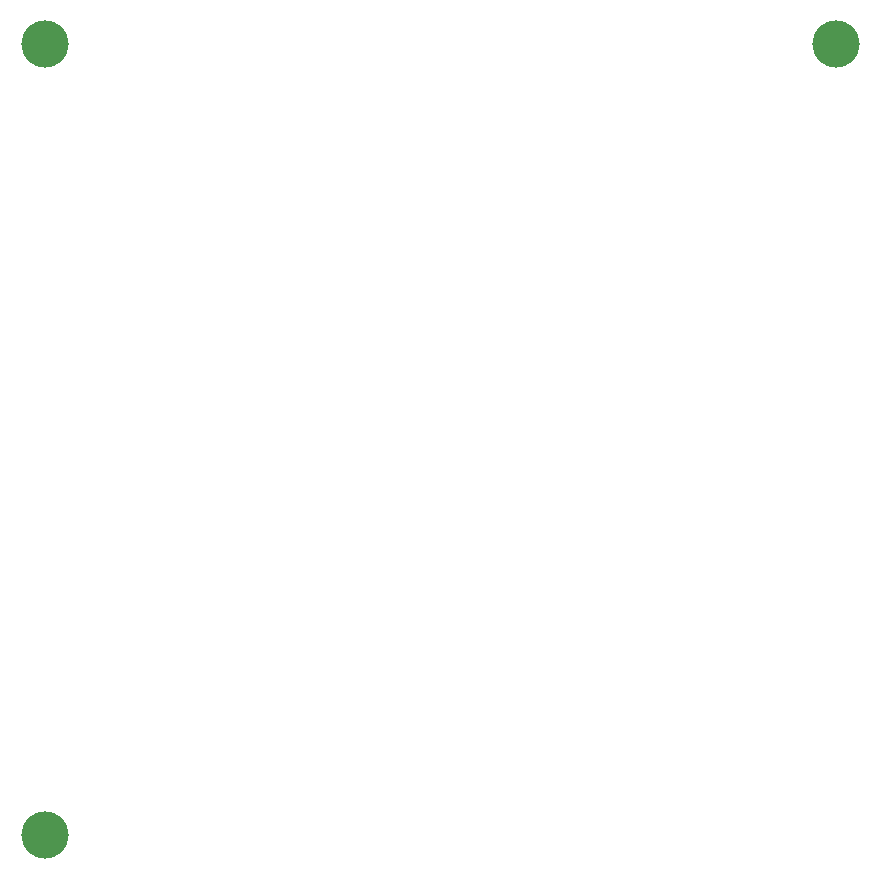
<source format=gbr>
%TF.GenerationSoftware,KiCad,Pcbnew,7.0.6-1.fc38*%
%TF.CreationDate,2023-07-26T15:00:37-04:00*%
%TF.ProjectId,bno085-i2c-board-v4-panel,626e6f30-3835-42d6-9932-632d626f6172,rev?*%
%TF.SameCoordinates,Original*%
%TF.FileFunction,Paste,Bot*%
%TF.FilePolarity,Positive*%
%FSLAX46Y46*%
G04 Gerber Fmt 4.6, Leading zero omitted, Abs format (unit mm)*
G04 Created by KiCad (PCBNEW 7.0.6-1.fc38) date 2023-07-26 15:00:37*
%MOMM*%
%LPD*%
G01*
G04 APERTURE LIST*
%ADD10C,4.000000*%
G04 APERTURE END LIST*
D10*
%TO.C,REF\u002A\u002A*%
X2500000Y-2500000D03*
%TD*%
%TO.C,REF\u002A\u002A*%
X2500000Y-69500004D03*
%TD*%
%TO.C,REF\u002A\u002A*%
X69499999Y-2500000D03*
%TD*%
M02*

</source>
